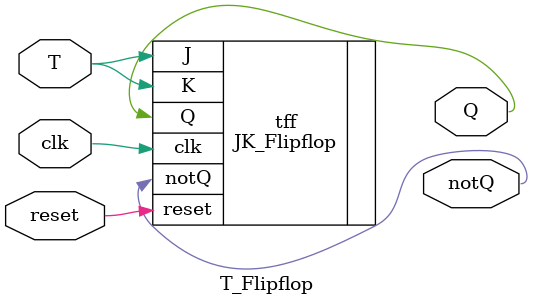
<source format=v>
`timescale 1ns / 1ps


module T_Flipflop(
    input T,
    input reset,
    input clk,
    output Q, notQ
    );
    
    JK_Flipflop tff(
        .J(T),
        .K(T),
        .reset(reset),
        .clk(clk),
        .Q(Q),
        .notQ(notQ)
    );
    
endmodule












</source>
